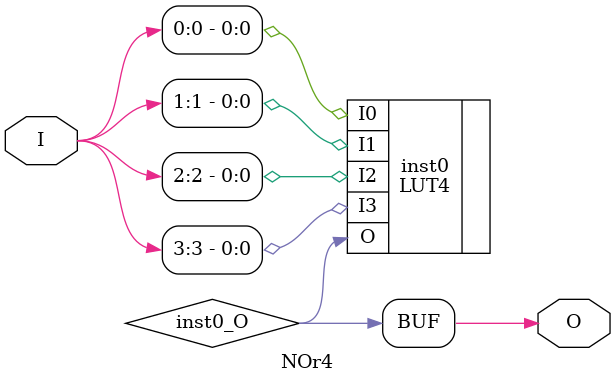
<source format=v>
module NOr4 (input [3:0] I, output  O);
wire  inst0_O;
LUT4 #(.INIT(16'h0001)) inst0 (.I0(I[0]), .I1(I[1]), .I2(I[2]), .I3(I[3]), .O(inst0_O));
assign O = inst0_O;
endmodule


</source>
